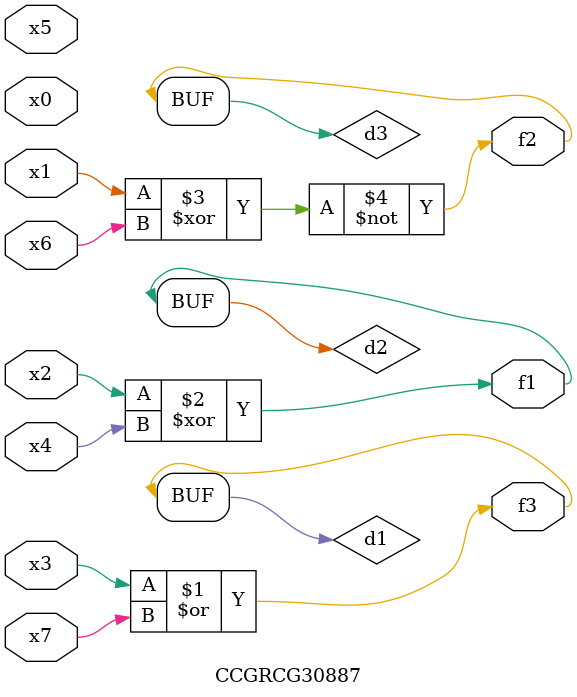
<source format=v>
module CCGRCG30887(
	input x0, x1, x2, x3, x4, x5, x6, x7,
	output f1, f2, f3
);

	wire d1, d2, d3;

	or (d1, x3, x7);
	xor (d2, x2, x4);
	xnor (d3, x1, x6);
	assign f1 = d2;
	assign f2 = d3;
	assign f3 = d1;
endmodule

</source>
